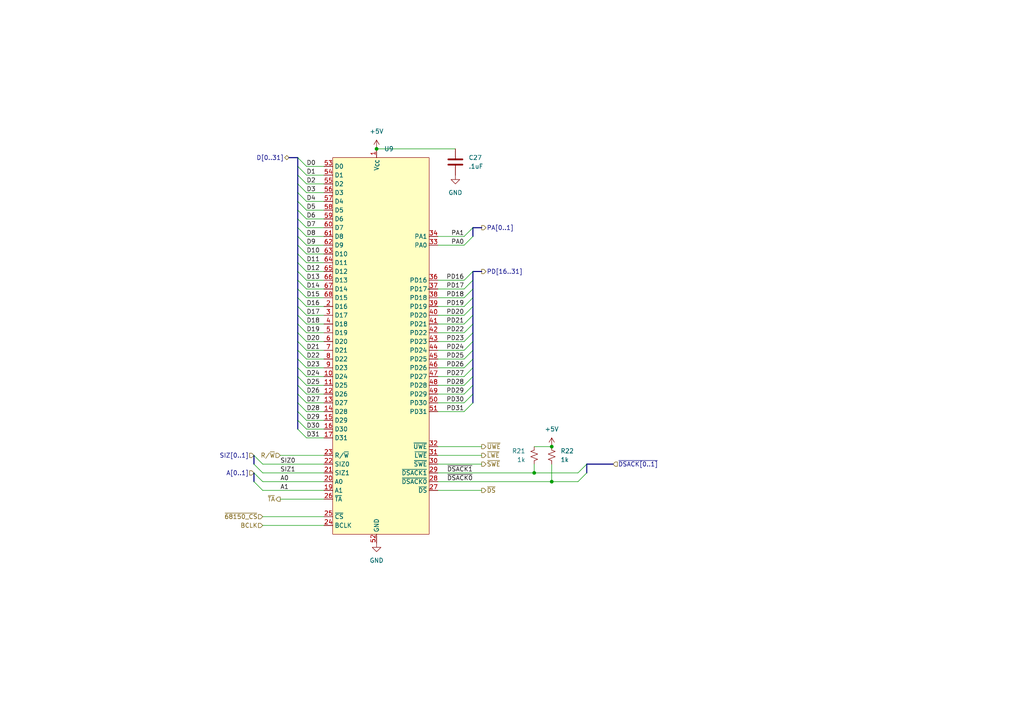
<source format=kicad_sch>
(kicad_sch (version 20230121) (generator eeschema)
  (paper "A4")
  (lib_symbols
    (symbol "68040:MC68150"
      (property "Reference" "U" (at 15.24 20.32 0))
      (symbol "MC68150_1_1"
        (rectangle (start -12.7 58.42) (end 15.24 -50.8) (fill (type background)))
        (pin power_in line (at 0 60.96 270) (length 2.54) (name "V_{CC}") (number "1"))
        (pin bidirectional line (at -15.24 -5.08 0) (length 2.54) (name "D24") (number "10"))
        (pin bidirectional line (at -15.24 -7.62 0) (length 2.54) (name "D25") (number "11"))
        (pin bidirectional line (at -15.24 -10.16 0) (length 2.54) (name "D26") (number "12"))
        (pin bidirectional line (at -15.24 -12.7 0) (length 2.54) (name "D27") (number "13"))
        (pin bidirectional line (at -15.24 -15.24 0) (length 2.54) (name "D28") (number "14"))
        (pin bidirectional line (at -15.24 -17.78 0) (length 2.54) (name "D29") (number "15"))
        (pin bidirectional line (at -15.24 -20.32 0) (length 2.54) (name "D30") (number "16"))
        (pin bidirectional line (at -15.24 -22.86 0) (length 2.54) (name "D31") (number "17"))
        (pin passive line (at 0 -53.34 90) (length 2.54) hide (name "GND") (number "18"))
        (pin input line (at -15.24 -38.1 0) (length 2.54) (name "A1") (number "19"))
        (pin bidirectional line (at -15.24 15.24 0) (length 2.54) (name "D16") (number "2"))
        (pin input line (at -15.24 -35.56 0) (length 2.54) (name "A0") (number "20"))
        (pin input line (at -15.24 -33.02 0) (length 2.54) (name "SIZ1") (number "21"))
        (pin input line (at -15.24 -30.48 0) (length 2.54) (name "SIZ0") (number "22"))
        (pin input line (at -15.24 -27.94 0) (length 2.54) (name "R/~{W}") (number "23"))
        (pin input line (at -15.24 -48.26 0) (length 2.54) (name "BCLK") (number "24"))
        (pin input line (at -15.24 -45.72 0) (length 2.54) (name "~{CS}") (number "25"))
        (pin open_collector line (at -15.24 -40.64 0) (length 2.54) (name "~{TA}") (number "26"))
        (pin output line (at 17.78 -38.1 180) (length 2.54) (name "~{DS}") (number "27"))
        (pin input line (at 17.78 -35.56 180) (length 2.54) (name "~{DSACK0}") (number "28"))
        (pin input line (at 17.78 -33.02 180) (length 2.54) (name "~{DSACK1}") (number "29"))
        (pin bidirectional line (at -15.24 12.7 0) (length 2.54) (name "D17") (number "3"))
        (pin output line (at 17.78 -30.48 180) (length 2.54) (name "~{SWE}") (number "30"))
        (pin output line (at 17.78 -27.94 180) (length 2.54) (name "~{LWE}") (number "31"))
        (pin output line (at 17.78 -25.4 180) (length 2.54) (name "~{UWE}") (number "32"))
        (pin output line (at 17.78 33.02 180) (length 2.54) (name "PA0") (number "33"))
        (pin output line (at 17.78 35.56 180) (length 2.54) (name "PA1") (number "34"))
        (pin passive line (at 0 60.96 270) (length 2.54) hide (name "V_{CC}") (number "35"))
        (pin bidirectional line (at 17.78 22.86 180) (length 2.54) (name "PD16") (number "36"))
        (pin bidirectional line (at 17.78 20.32 180) (length 2.54) (name "PD17") (number "37"))
        (pin bidirectional line (at 17.78 17.78 180) (length 2.54) (name "PD18") (number "38"))
        (pin bidirectional line (at 17.78 15.24 180) (length 2.54) (name "PD19") (number "39"))
        (pin bidirectional line (at -15.24 10.16 0) (length 2.54) (name "D18") (number "4"))
        (pin bidirectional line (at 17.78 12.7 180) (length 2.54) (name "PD20") (number "40"))
        (pin bidirectional line (at 17.78 10.16 180) (length 2.54) (name "PD21") (number "41"))
        (pin bidirectional line (at 17.78 7.62 180) (length 2.54) (name "PD22") (number "42"))
        (pin bidirectional line (at 17.78 5.08 180) (length 2.54) (name "PD23") (number "43"))
        (pin bidirectional line (at 17.78 2.54 180) (length 2.54) (name "PD24") (number "44"))
        (pin bidirectional line (at 17.78 0 180) (length 2.54) (name "PD25") (number "45"))
        (pin bidirectional line (at 17.78 -2.54 180) (length 2.54) (name "PD26") (number "46"))
        (pin bidirectional line (at 17.78 -5.08 180) (length 2.54) (name "PD27") (number "47"))
        (pin bidirectional line (at 17.78 -7.62 180) (length 2.54) (name "PD28") (number "48"))
        (pin bidirectional line (at 17.78 -10.16 180) (length 2.54) (name "PD29") (number "49"))
        (pin bidirectional line (at -15.24 7.62 0) (length 2.54) (name "D19") (number "5"))
        (pin bidirectional line (at 17.78 -12.7 180) (length 2.54) (name "PD30") (number "50"))
        (pin bidirectional line (at 17.78 -15.24 180) (length 2.54) (name "PD31") (number "51"))
        (pin power_in line (at 0 -53.34 90) (length 2.54) (name "GND") (number "52"))
        (pin bidirectional line (at -15.24 55.88 0) (length 2.54) (name "D0") (number "53"))
        (pin bidirectional line (at -15.24 53.34 0) (length 2.54) (name "D1") (number "54"))
        (pin bidirectional line (at -15.24 50.8 0) (length 2.54) (name "D2") (number "55"))
        (pin bidirectional line (at -15.24 48.26 0) (length 2.54) (name "D3") (number "56"))
        (pin bidirectional line (at -15.24 45.72 0) (length 2.54) (name "D4") (number "57"))
        (pin bidirectional line (at -15.24 43.18 0) (length 2.54) (name "D5") (number "58"))
        (pin bidirectional line (at -15.24 40.64 0) (length 2.54) (name "D6") (number "59"))
        (pin bidirectional line (at -15.24 5.08 0) (length 2.54) (name "D20") (number "6"))
        (pin bidirectional line (at -15.24 38.1 0) (length 2.54) (name "D7") (number "60"))
        (pin bidirectional line (at -15.24 35.56 0) (length 2.54) (name "D8") (number "61"))
        (pin bidirectional line (at -15.24 33.02 0) (length 2.54) (name "D9") (number "62"))
        (pin bidirectional line (at -15.24 30.48 0) (length 2.54) (name "D10") (number "63"))
        (pin bidirectional line (at -15.24 27.94 0) (length 2.54) (name "D11") (number "64"))
        (pin bidirectional line (at -15.24 25.4 0) (length 2.54) (name "D12") (number "65"))
        (pin bidirectional line (at -15.24 22.86 0) (length 2.54) (name "D13") (number "66"))
        (pin bidirectional line (at -15.24 20.32 0) (length 2.54) (name "D14") (number "67"))
        (pin bidirectional line (at -15.24 17.78 0) (length 2.54) (name "D15") (number "68"))
        (pin bidirectional line (at -15.24 2.54 0) (length 2.54) (name "D21") (number "7"))
        (pin bidirectional line (at -15.24 0 0) (length 2.54) (name "D22") (number "8"))
        (pin bidirectional line (at -15.24 -2.54 0) (length 2.54) (name "D23") (number "9"))
      )
    )
    (symbol "Device:C" (pin_numbers hide) (pin_names (offset 0.254))
      (property "Reference" "C" (at 0.635 2.54 0))
      (property "Value" "C" (at 0.635 -2.54 0))
      (symbol "C_0_1"
        (polyline (pts (xy -2.032 -0.762) (xy 2.032 -0.762)) (stroke (width 0.508)))
        (polyline (pts (xy -2.032 0.762) (xy 2.032 0.762)) (stroke (width 0.508)))
      )
      (symbol "C_1_1"
        (pin passive line (at 0 3.81 270) (length 2.794) (name "~") (number "1"))
        (pin passive line (at 0 -3.81 90) (length 2.794) (name "~") (number "2"))
      )
    )
    (symbol "Device:R_Small_US" (pin_numbers hide) (pin_names (offset 0.254) hide)
      (property "Reference" "R" (at 0.762 0.508 0))
      (property "Value" "R_Small_US" (at 0.762 -1.016 0))
      (symbol "R_Small_US_1_1"
        (polyline (pts (xy 0 0) (xy 1.016 -0.381) (xy 0 -0.762) (xy -1.016 -1.143) (xy 0 -1.524)))
        (polyline (pts (xy 0 1.524) (xy 1.016 1.143) (xy 0 0.762) (xy -1.016 0.381) (xy 0 0)))
        (pin passive line (at 0 2.54 270) (length 1.016) (name "~") (number "1"))
        (pin passive line (at 0 -2.54 90) (length 1.016) (name "~") (number "2"))
      )
    )
    (symbol "power:+5V" (power) (pin_names (offset 0))
      (property "Value" "+5V" (at 0 3.556 0))
      (symbol "+5V_0_1"
        (polyline (pts (xy -0.762 1.27) (xy 0 2.54)))
        (polyline (pts (xy 0 0) (xy 0 2.54)))
        (polyline (pts (xy 0 2.54) (xy 0.762 1.27)))
      )
      (symbol "+5V_1_1"
        (pin power_in line (at 0 0 90) (length 0) hide (name "+5V") (number "1"))
      )
    )
    (symbol "power:GND" (power) (pin_names (offset 0))
      (property "Value" "GND" (at 0 -3.81 0))
      (symbol "GND_0_1"
        (polyline (pts (xy 0 0) (xy 0 -1.27) (xy 1.27 -1.27) (xy 0 -2.54) (xy -1.27 -1.27) (xy 0 -1.27)))
      )
      (symbol "GND_1_1"
        (pin power_in line (at 0 0 270) (length 0) hide (name "GND") (number "1"))
      )
    )
  )
  (junction (at 160.02 139.7))
  (junction (at 109.22 43.18))
  (junction (at 154.94 137.16))
  (junction (at 160.02 129.54))
  (bus_entry (at 88.9 101.6) (size -2.54 -2.54))
  (bus_entry (at 88.9 73.66) (size -2.54 -2.54))
  (bus_entry (at 73.66 134.62) (size 2.54 2.54))
  (bus_entry (at 167.64 139.7) (size 2.54 -2.54))
  (bus_entry (at 88.9 121.92) (size -2.54 -2.54))
  (bus_entry (at 88.9 71.12) (size -2.54 -2.54))
  (bus_entry (at 134.62 71.12) (size 2.54 -2.54))
  (bus_entry (at 88.9 93.98) (size -2.54 -2.54))
  (bus_entry (at 88.9 109.22) (size -2.54 -2.54))
  (bus_entry (at 134.62 109.22) (size 2.54 -2.54))
  (bus_entry (at 134.62 81.28) (size 2.54 -2.54))
  (bus_entry (at 88.9 91.44) (size -2.54 -2.54))
  (bus_entry (at 88.9 68.58) (size -2.54 -2.54))
  (bus_entry (at 134.62 104.14) (size 2.54 -2.54))
  (bus_entry (at 88.9 119.38) (size -2.54 -2.54))
  (bus_entry (at 134.62 88.9) (size 2.54 -2.54))
  (bus_entry (at 134.62 93.98) (size 2.54 -2.54))
  (bus_entry (at 88.9 58.42) (size -2.54 -2.54))
  (bus_entry (at 88.9 104.14) (size -2.54 -2.54))
  (bus_entry (at 73.66 139.7) (size 2.54 2.54))
  (bus_entry (at 134.62 119.38) (size 2.54 -2.54))
  (bus_entry (at 88.9 66.04) (size -2.54 -2.54))
  (bus_entry (at 88.9 111.76) (size -2.54 -2.54))
  (bus_entry (at 88.9 55.88) (size -2.54 -2.54))
  (bus_entry (at 88.9 86.36) (size -2.54 -2.54))
  (bus_entry (at 134.62 116.84) (size 2.54 -2.54))
  (bus_entry (at 134.62 96.52) (size 2.54 -2.54))
  (bus_entry (at 88.9 99.06) (size -2.54 -2.54))
  (bus_entry (at 88.9 106.68) (size -2.54 -2.54))
  (bus_entry (at 134.62 114.3) (size 2.54 -2.54))
  (bus_entry (at 88.9 50.8) (size -2.54 -2.54))
  (bus_entry (at 134.62 83.82) (size 2.54 -2.54))
  (bus_entry (at 134.62 68.58) (size 2.54 -2.54))
  (bus_entry (at 88.9 78.74) (size -2.54 -2.54))
  (bus_entry (at 88.9 127) (size -2.54 -2.54))
  (bus_entry (at 88.9 60.96) (size -2.54 -2.54))
  (bus_entry (at 88.9 81.28) (size -2.54 -2.54))
  (bus_entry (at 134.62 86.36) (size 2.54 -2.54))
  (bus_entry (at 88.9 83.82) (size -2.54 -2.54))
  (bus_entry (at 134.62 91.44) (size 2.54 -2.54))
  (bus_entry (at 134.62 111.76) (size 2.54 -2.54))
  (bus_entry (at 88.9 88.9) (size -2.54 -2.54))
  (bus_entry (at 73.66 137.16) (size 2.54 2.54))
  (bus_entry (at 88.9 76.2) (size -2.54 -2.54))
  (bus_entry (at 88.9 114.3) (size -2.54 -2.54))
  (bus_entry (at 88.9 63.5) (size -2.54 -2.54))
  (bus_entry (at 88.9 53.34) (size -2.54 -2.54))
  (bus_entry (at 88.9 96.52) (size -2.54 -2.54))
  (bus_entry (at 134.62 101.6) (size 2.54 -2.54))
  (bus_entry (at 73.66 132.08) (size 2.54 2.54))
  (bus_entry (at 134.62 99.06) (size 2.54 -2.54))
  (bus_entry (at 134.62 106.68) (size 2.54 -2.54))
  (bus_entry (at 88.9 116.84) (size -2.54 -2.54))
  (bus_entry (at 88.9 124.46) (size -2.54 -2.54))
  (bus_entry (at 88.9 48.26) (size -2.54 -2.54))
  (bus_entry (at 167.64 137.16) (size 2.54 -2.54))
  (wire (pts (xy 127 134.62) (xy 139.7 134.62)))
  (bus (pts (xy 83.82 45.72) (xy 86.36 45.72)))
  (wire (pts (xy 154.94 134.62) (xy 154.94 137.16)))
  (bus (pts (xy 137.16 116.84) (xy 137.16 114.3)))
  (bus (pts (xy 137.16 114.3) (xy 137.16 111.76)))
  (wire (pts (xy 76.2 149.86) (xy 93.98 149.86)))
  (bus (pts (xy 86.36 81.28) (xy 86.36 78.74)))
  (bus (pts (xy 86.36 68.58) (xy 86.36 66.04)))
  (bus (pts (xy 86.36 55.88) (xy 86.36 53.34)))
  (wire (pts (xy 127 71.12) (xy 134.62 71.12)))
  (wire (pts (xy 127 106.68) (xy 134.62 106.68)))
  (wire (pts (xy 93.98 50.8) (xy 88.9 50.8)))
  (bus (pts (xy 86.36 96.52) (xy 86.36 93.98)))
  (bus (pts (xy 86.36 124.46) (xy 86.36 121.92)))
  (bus (pts (xy 137.16 101.6) (xy 137.16 99.06)))
  (wire (pts (xy 93.98 71.12) (xy 88.9 71.12)))
  (bus (pts (xy 137.16 66.04) (xy 139.7 66.04)))
  (wire (pts (xy 93.98 109.22) (xy 88.9 109.22)))
  (wire (pts (xy 93.98 78.74) (xy 88.9 78.74)))
  (wire (pts (xy 154.94 129.54) (xy 160.02 129.54)))
  (wire (pts (xy 93.98 106.68) (xy 88.9 106.68)))
  (wire (pts (xy 127 137.16) (xy 154.94 137.16)))
  (wire (pts (xy 127 96.52) (xy 134.62 96.52)))
  (wire (pts (xy 76.2 152.4) (xy 93.98 152.4)))
  (wire (pts (xy 76.2 142.24) (xy 93.98 142.24)))
  (bus (pts (xy 86.36 76.2) (xy 86.36 73.66)))
  (wire (pts (xy 93.98 55.88) (xy 88.9 55.88)))
  (bus (pts (xy 137.16 93.98) (xy 137.16 91.44)))
  (wire (pts (xy 93.98 96.52) (xy 88.9 96.52)))
  (bus (pts (xy 86.36 53.34) (xy 86.36 50.8)))
  (wire (pts (xy 127 129.54) (xy 139.7 129.54)))
  (bus (pts (xy 86.36 106.68) (xy 86.36 104.14)))
  (wire (pts (xy 93.98 66.04) (xy 88.9 66.04)))
  (wire (pts (xy 93.98 86.36) (xy 88.9 86.36)))
  (bus (pts (xy 73.66 137.16) (xy 73.66 139.7)))
  (bus (pts (xy 86.36 63.5) (xy 86.36 60.96)))
  (wire (pts (xy 127 88.9) (xy 134.62 88.9)))
  (wire (pts (xy 93.98 111.76) (xy 88.9 111.76)))
  (wire (pts (xy 127 114.3) (xy 134.62 114.3)))
  (wire (pts (xy 81.28 144.78) (xy 93.98 144.78)))
  (wire (pts (xy 93.98 83.82) (xy 88.9 83.82)))
  (wire (pts (xy 127 116.84) (xy 134.62 116.84)))
  (bus (pts (xy 86.36 88.9) (xy 86.36 86.36)))
  (bus (pts (xy 170.18 134.62) (xy 170.18 137.16)))
  (wire (pts (xy 127 93.98) (xy 134.62 93.98)))
  (wire (pts (xy 93.98 104.14) (xy 88.9 104.14)))
  (bus (pts (xy 86.36 114.3) (xy 86.36 111.76)))
  (bus (pts (xy 86.36 104.14) (xy 86.36 101.6)))
  (bus (pts (xy 86.36 58.42) (xy 86.36 55.88)))
  (wire (pts (xy 93.98 68.58) (xy 88.9 68.58)))
  (wire (pts (xy 93.98 73.66) (xy 88.9 73.66)))
  (wire (pts (xy 93.98 60.96) (xy 88.9 60.96)))
  (wire (pts (xy 93.98 48.26) (xy 88.9 48.26)))
  (bus (pts (xy 86.36 45.72) (xy 86.36 48.26)))
  (bus (pts (xy 137.16 88.9) (xy 137.16 86.36)))
  (bus (pts (xy 86.36 91.44) (xy 86.36 88.9)))
  (bus (pts (xy 86.36 73.66) (xy 86.36 71.12)))
  (wire (pts (xy 109.22 43.18) (xy 132.08 43.18)))
  (bus (pts (xy 137.16 99.06) (xy 137.16 96.52)))
  (bus (pts (xy 137.16 68.58) (xy 137.16 66.04)))
  (wire (pts (xy 127 101.6) (xy 134.62 101.6)))
  (bus (pts (xy 86.36 83.82) (xy 86.36 81.28)))
  (wire (pts (xy 127 83.82) (xy 134.62 83.82)))
  (wire (pts (xy 93.98 119.38) (xy 88.9 119.38)))
  (bus (pts (xy 86.36 78.74) (xy 86.36 76.2)))
  (wire (pts (xy 81.28 132.08) (xy 93.98 132.08)))
  (wire (pts (xy 93.98 53.34) (xy 88.9 53.34)))
  (bus (pts (xy 137.16 81.28) (xy 137.16 78.74)))
  (wire (pts (xy 93.98 127) (xy 88.9 127)))
  (bus (pts (xy 86.36 50.8) (xy 86.36 48.26)))
  (bus (pts (xy 137.16 109.22) (xy 137.16 106.68)))
  (wire (pts (xy 76.2 139.7) (xy 93.98 139.7)))
  (wire (pts (xy 127 109.22) (xy 134.62 109.22)))
  (bus (pts (xy 86.36 116.84) (xy 86.36 114.3)))
  (wire (pts (xy 127 99.06) (xy 134.62 99.06)))
  (wire (pts (xy 93.98 63.5) (xy 88.9 63.5)))
  (wire (pts (xy 93.98 88.9) (xy 88.9 88.9)))
  (wire (pts (xy 93.98 58.42) (xy 88.9 58.42)))
  (bus (pts (xy 86.36 121.92) (xy 86.36 119.38)))
  (wire (pts (xy 127 81.28) (xy 134.62 81.28)))
  (wire (pts (xy 160.02 134.62) (xy 160.02 139.7)))
  (wire (pts (xy 93.98 99.06) (xy 88.9 99.06)))
  (bus (pts (xy 137.16 106.68) (xy 137.16 104.14)))
  (wire (pts (xy 154.94 137.16) (xy 167.64 137.16)))
  (wire (pts (xy 127 104.14) (xy 134.62 104.14)))
  (wire (pts (xy 160.02 139.7) (xy 167.64 139.7)))
  (wire (pts (xy 76.2 134.62) (xy 93.98 134.62)))
  (bus (pts (xy 137.16 91.44) (xy 137.16 88.9)))
  (bus (pts (xy 73.66 132.08) (xy 73.66 134.62)))
  (bus (pts (xy 86.36 99.06) (xy 86.36 96.52)))
  (bus (pts (xy 137.16 104.14) (xy 137.16 101.6)))
  (wire (pts (xy 127 132.08) (xy 139.7 132.08)))
  (bus (pts (xy 137.16 111.76) (xy 137.16 109.22)))
  (bus (pts (xy 86.36 71.12) (xy 86.36 68.58)))
  (bus (pts (xy 137.16 96.52) (xy 137.16 93.98)))
  (wire (pts (xy 127 119.38) (xy 134.62 119.38)))
  (bus (pts (xy 86.36 101.6) (xy 86.36 99.06)))
  (bus (pts (xy 86.36 93.98) (xy 86.36 91.44)))
  (wire (pts (xy 127 111.76) (xy 134.62 111.76)))
  (bus (pts (xy 86.36 66.04) (xy 86.36 63.5)))
  (bus (pts (xy 137.16 86.36) (xy 137.16 83.82)))
  (wire (pts (xy 93.98 114.3) (xy 88.9 114.3)))
  (bus (pts (xy 86.36 109.22) (xy 86.36 106.68)))
  (wire (pts (xy 93.98 121.92) (xy 88.9 121.92)))
  (wire (pts (xy 93.98 124.46) (xy 88.9 124.46)))
  (wire (pts (xy 127 68.58) (xy 134.62 68.58)))
  (bus (pts (xy 86.36 60.96) (xy 86.36 58.42)))
  (wire (pts (xy 76.2 137.16) (xy 93.98 137.16)))
  (wire (pts (xy 93.98 116.84) (xy 88.9 116.84)))
  (bus (pts (xy 86.36 86.36) (xy 86.36 83.82)))
  (bus (pts (xy 86.36 111.76) (xy 86.36 109.22)))
  (bus (pts (xy 170.18 134.62) (xy 177.8 134.62)))
  (wire (pts (xy 127 91.44) (xy 134.62 91.44)))
  (wire (pts (xy 93.98 93.98) (xy 88.9 93.98)))
  (wire (pts (xy 93.98 91.44) (xy 88.9 91.44)))
  (wire (pts (xy 93.98 76.2) (xy 88.9 76.2)))
  (wire (pts (xy 127 139.7) (xy 160.02 139.7)))
  (wire (pts (xy 93.98 101.6) (xy 88.9 101.6)))
  (bus (pts (xy 86.36 119.38) (xy 86.36 116.84)))
  (wire (pts (xy 127 142.24) (xy 139.7 142.24)))
  (wire (pts (xy 93.98 81.28) (xy 88.9 81.28)))
  (bus (pts (xy 137.16 78.74) (xy 139.7 78.74)))
  (bus (pts (xy 137.16 83.82) (xy 137.16 81.28)))
  (wire (pts (xy 127 86.36) (xy 134.62 86.36)))
  (label "D4" (at 88.9 58.42 0))
  (label "PA1" (at 134.62 68.58 180))
  (label "A1" (at 81.28 142.24 0))
  (label "PD21" (at 134.62 93.98 180))
  (label "PD27" (at 134.62 109.22 180))
  (label "D24" (at 88.9 109.22 0))
  (label "PD23" (at 134.62 99.06 180))
  (label "D29" (at 88.9 121.92 0))
  (label "SIZ1" (at 81.28 137.16 0))
  (label "PD22" (at 134.62 96.52 180))
  (label "D17" (at 88.9 91.44 0))
  (label "D14" (at 88.9 83.82 0))
  (label "D23" (at 88.9 106.68 0))
  (label "D20" (at 88.9 99.06 0))
  (label "D11" (at 88.9 76.2 0))
  (label "D19" (at 88.9 96.52 0))
  (label "PD26" (at 134.62 106.68 180))
  (label "D10" (at 88.9 73.66 0))
  (label "A0" (at 81.28 139.7 0))
  (label "D25" (at 88.9 111.76 0))
  (label "D2" (at 88.9 53.34 0))
  (label "D6" (at 88.9 63.5 0))
  (label "D18" (at 88.9 93.98 0))
  (label "D21" (at 88.9 101.6 0))
  (label "~{DSACK1}" (at 137.16 137.16 180))
  (label "D27" (at 88.9 116.84 0))
  (label "PD29" (at 134.62 114.3 180))
  (label "D12" (at 88.9 78.74 0))
  (label "D8" (at 88.9 68.58 0))
  (label "PD17" (at 134.62 83.82 180))
  (label "PD30" (at 134.62 116.84 180))
  (label "D15" (at 88.9 86.36 0))
  (label "D1" (at 88.9 50.8 0))
  (label "D28" (at 88.9 119.38 0))
  (label "PA0" (at 134.62 71.12 180))
  (label "D30" (at 88.9 124.46 0))
  (label "D22" (at 88.9 104.14 0))
  (label "PD28" (at 134.62 111.76 180))
  (label "D7" (at 88.9 66.04 0))
  (label "D31" (at 88.9 127 0))
  (label "D3" (at 88.9 55.88 0))
  (label "D9" (at 88.9 71.12 0))
  (label "PD20" (at 134.62 91.44 180))
  (label "SIZ0" (at 81.28 134.62 0))
  (label "PD18" (at 134.62 86.36 180))
  (label "PD25" (at 134.62 104.14 180))
  (label "D13" (at 88.9 81.28 0))
  (label "D26" (at 88.9 114.3 0))
  (label "D16" (at 88.9 88.9 0))
  (label "PD19" (at 134.62 88.9 180))
  (label "PD31" (at 134.62 119.38 180))
  (label "D5" (at 88.9 60.96 0))
  (label "PD24" (at 134.62 101.6 180))
  (label "~{DSACK0}" (at 137.16 139.7 180))
  (label "PD16" (at 134.62 81.28 180))
  (label "D0" (at 88.9 48.26 0))
  (hierarchical_label "~{TA}" (shape output) (at 81.28 144.78 180))
  (hierarchical_label "PA[0..1]" (shape output) (at 139.7 66.04 0))
  (hierarchical_label "SIZ[0..1]" (shape input) (at 73.66 132.08 180))
  (hierarchical_label "BCLK" (shape input) (at 76.2 152.4 180))
  (hierarchical_label "~{UWE}" (shape output) (at 139.7 129.54 0))
  (hierarchical_label "~{LWE}" (shape output) (at 139.7 132.08 0))
  (hierarchical_label "~{DS}" (shape output) (at 139.7 142.24 0))
  (hierarchical_label "PD[16..31]" (shape output) (at 139.7 78.74 0))
  (hierarchical_label "D[0..31]" (shape bidirectional) (at 83.82 45.72 180))
  (hierarchical_label "~{68150_CS}" (shape input) (at 76.2 149.86 180))
  (hierarchical_label "A[0..1]" (shape input) (at 73.66 137.16 180))
  (hierarchical_label "~{SWE}" (shape output) (at 139.7 134.62 0))
  (hierarchical_label "R{slash}~{W}" (shape input) (at 81.28 132.08 180))
  (hierarchical_label "~{DSACK[0..1]}" (shape input) (at 177.8 134.62 0))
  (symbol (lib_id "power:GND") (at 109.22 157.48 0) (unit 1)
    (property "Reference" "#PWR014" (effects hide))
    (property "Value" "GND" (at 109.22 162.56 0))
  )
  (symbol (lib_id "Device:R_Small_US") (at 160.02 132.08 0) (unit 1)
    (property "Reference" "R22" (at 162.56 130.81 0) (effects (justify left)))
    (property "Value" "1k" (at 162.56 133.35 0) (effects (justify left)))
  )
  (symbol (lib_id "power:GND") (at 132.08 50.8 0) (unit 1)
    (property "Reference" "#PWR013" (effects hide))
    (property "Value" "GND" (at 132.08 55.88 0))
  )
  (symbol (lib_id "power:+5V") (at 109.22 43.18 0) (unit 1)
    (property "Reference" "#PWR012" (effects hide))
    (property "Value" "+5V" (at 109.22 38.1 0))
  )
  (symbol (lib_id "68040:MC68150") (at 109.22 104.14 0) (unit 1)
    (property "Reference" "U9" (at 111.4141 43.18 0) (effects (justify left)))
    (property "Value" "~" (at 124.46 83.82 0))
    (property "Footprint" "Package_LCC:PLCC-68_SMD-Socket" (effects hide))
  )
  (symbol (lib_id "Device:R_Small_US") (at 154.94 132.08 0) (mirror y) (unit 1)
    (property "Reference" "R21" (at 152.4 130.81 0) (effects (justify left)))
    (property "Value" "1k" (at 152.4 133.35 0) (effects (justify left)))
  )
  (symbol (lib_id "Device:C") (at 132.08 46.99 0) (unit 1)
    (property "Reference" "C27" (at 135.89 45.72 0) (effects (justify left)))
    (property "Value" ".1uF" (at 135.89 48.26 0) (effects (justify left)))
  )
  (symbol (lib_id "power:+5V") (at 160.02 129.54 0) (unit 1)
    (property "Reference" "#PWR0124" (effects hide))
    (property "Value" "+5V" (at 160.02 124.46 0))
  )
)
</source>
